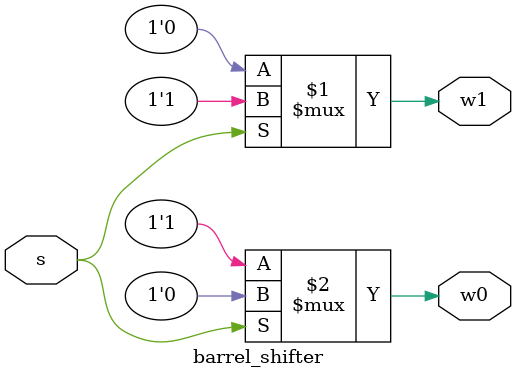
<source format=v>
module barrel_shifter (
    input s,
    output w1, w0
);
    assign  w1 = s ? 1'b1 : 1'b0;
    assign  w0 = s ? 1'b0 : 1'b1;
endmodule
</source>
